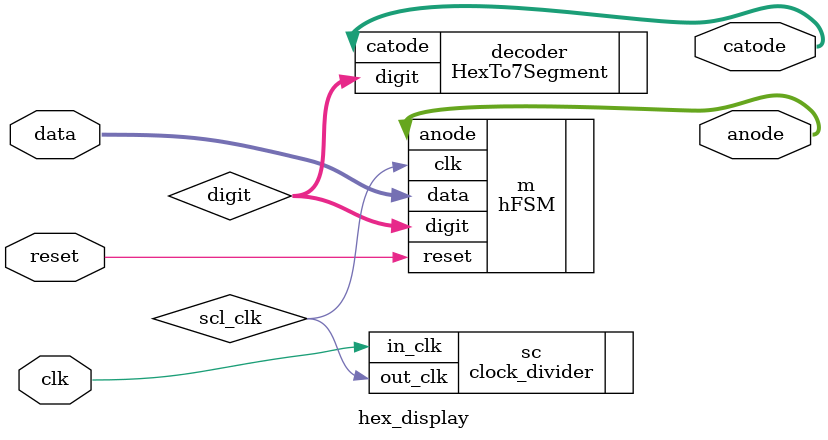
<source format=v>
`timescale 1ns / 1ps

module hex_display(
    input clk,
    input reset,
    input [15:0] data,
    output wire [7:0] catode,
    output wire [3:0] anode
);
    wire scl_clk;
    wire [3:0] digit;

    clock_divider sc(
        .in_clk(clk),
        .out_clk(scl_clk)
    );

    hFSM m(
        .clk(scl_clk),
        .reset(reset),
        .data(data),
        .digit(digit),
        .anode(anode)
    );

    HexTo7Segment decoder(
        .digit(digit),
        .catode(catode)
    );
endmodule









</source>
